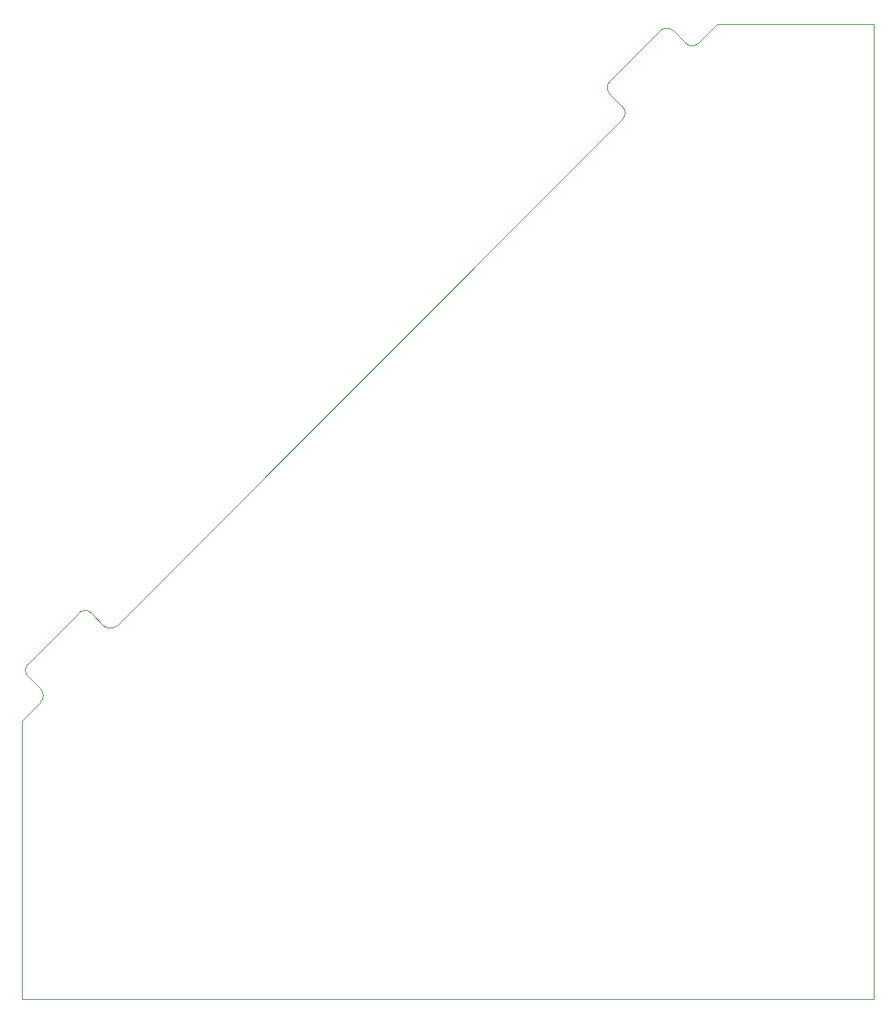
<source format=gm1>
G04*
G04 #@! TF.GenerationSoftware,Altium Limited,Altium Designer,25.5.2 (35)*
G04*
G04 Layer_Color=16711935*
%FSLAX44Y44*%
%MOMM*%
G71*
G04*
G04 #@! TF.SameCoordinates,C5252B2F-79BF-4130-8680-8E5645FEB656*
G04*
G04*
G04 #@! TF.FilePolarity,Positive*
G04*
G01*
G75*
%ADD10C,0.1000*%
D10*
X742462Y1067704D02*
G03*
X756604Y1067704I7071J7071D01*
G01*
X671751Y982851D02*
G03*
X671751Y996994I-7071J7071D01*
G01*
X91924Y417166D02*
G03*
X106066Y417166I7071J7071D01*
G01*
X21213Y332313D02*
G03*
X21213Y346455I-7071J7071D01*
G01*
X728320Y1081846D02*
G03*
X714178Y1081846I-7071J-7071D01*
G01*
X657609Y1025278D02*
G03*
X657609Y1011136I7071J-7071D01*
G01*
X7071Y374740D02*
G03*
X7071Y360597I7071J-7071D01*
G01*
X77782Y431308D02*
G03*
X63639Y431308I-7071J-7071D01*
G01*
X0Y0D02*
X952628D01*
X0D02*
Y311100D01*
X952628Y0D02*
Y861100D01*
X756604Y1067704D02*
X777817Y1088918D01*
X106066Y417166D02*
X671751Y982851D01*
X0Y311100D02*
X21213Y332313D01*
X777817Y1088918D02*
X952628D01*
Y861100D02*
Y1088918D01*
X671751Y996994D02*
X671751D01*
X728320Y1081846D02*
X742462Y1067704D01*
X657609Y1025278D02*
X714178Y1081846D01*
X657609Y1011136D02*
X671751Y996994D01*
X7071Y360597D02*
X21213Y346455D01*
X7071Y374740D02*
X63639Y431308D01*
X77782Y431308D02*
X91924Y417166D01*
M02*

</source>
